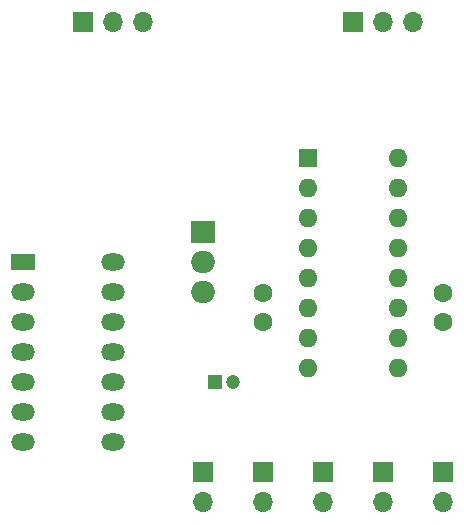
<source format=gbs>
G04 #@! TF.GenerationSoftware,KiCad,Pcbnew,7.0.7*
G04 #@! TF.CreationDate,2023-08-28T09:14:14+02:00*
G04 #@! TF.ProjectId,l293d-motor-controller,6c323933-642d-46d6-9f74-6f722d636f6e,rev?*
G04 #@! TF.SameCoordinates,Original*
G04 #@! TF.FileFunction,Soldermask,Bot*
G04 #@! TF.FilePolarity,Negative*
%FSLAX46Y46*%
G04 Gerber Fmt 4.6, Leading zero omitted, Abs format (unit mm)*
G04 Created by KiCad (PCBNEW 7.0.7) date 2023-08-28 09:14:14*
%MOMM*%
%LPD*%
G01*
G04 APERTURE LIST*
%ADD10R,1.700000X1.700000*%
%ADD11O,1.700000X1.700000*%
%ADD12R,1.600000X1.600000*%
%ADD13O,1.600000X1.600000*%
%ADD14R,2.000000X1.905000*%
%ADD15O,2.000000X1.905000*%
%ADD16R,2.000000X1.440000*%
%ADD17O,2.000000X1.440000*%
%ADD18C,1.600000*%
%ADD19R,1.200000X1.200000*%
%ADD20C,1.200000*%
G04 APERTURE END LIST*
D10*
X127000000Y-101600000D03*
D11*
X129540000Y-101600000D03*
X132080000Y-101600000D03*
D12*
X123200000Y-113045000D03*
D13*
X123200000Y-115585000D03*
X123200000Y-118125000D03*
X123200000Y-120665000D03*
X123200000Y-123205000D03*
X123200000Y-125745000D03*
X123200000Y-128285000D03*
X123200000Y-130825000D03*
X130820000Y-130825000D03*
X130820000Y-128285000D03*
X130820000Y-125745000D03*
X130820000Y-123205000D03*
X130820000Y-120665000D03*
X130820000Y-118125000D03*
X130820000Y-115585000D03*
X130820000Y-113045000D03*
D10*
X129540000Y-139700000D03*
D11*
X129540000Y-142240000D03*
D10*
X124460000Y-139700000D03*
D11*
X124460000Y-142240000D03*
D10*
X134620000Y-139700000D03*
D11*
X134620000Y-142240000D03*
D14*
X114300000Y-119380000D03*
D15*
X114300000Y-121920000D03*
X114300000Y-124460000D03*
D16*
X99060000Y-121920000D03*
D17*
X99060000Y-124460000D03*
X99060000Y-127000000D03*
X99060000Y-129540000D03*
X99060000Y-132080000D03*
X99060000Y-134620000D03*
X99060000Y-137160000D03*
X106680000Y-137160000D03*
X106680000Y-134620000D03*
X106680000Y-132080000D03*
X106680000Y-129540000D03*
X106680000Y-127000000D03*
X106680000Y-124460000D03*
X106680000Y-121920000D03*
D18*
X119380000Y-124500000D03*
X119380000Y-127000000D03*
D10*
X114300000Y-139700000D03*
D11*
X114300000Y-142240000D03*
D10*
X104140000Y-101600000D03*
D11*
X106680000Y-101600000D03*
X109220000Y-101600000D03*
D19*
X115340000Y-132080000D03*
D20*
X116840000Y-132080000D03*
D18*
X134620000Y-127000000D03*
X134620000Y-124500000D03*
D10*
X119380000Y-139700000D03*
D11*
X119380000Y-142240000D03*
M02*

</source>
